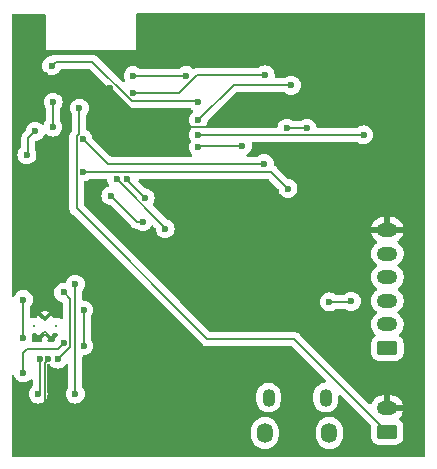
<source format=gbr>
%TF.GenerationSoftware,KiCad,Pcbnew,8.0.4*%
%TF.CreationDate,2025-10-30T08:56:40-04:00*%
%TF.ProjectId,Official Schematic,4f666669-6369-4616-9c20-536368656d61,rev?*%
%TF.SameCoordinates,Original*%
%TF.FileFunction,Copper,L2,Bot*%
%TF.FilePolarity,Positive*%
%FSLAX46Y46*%
G04 Gerber Fmt 4.6, Leading zero omitted, Abs format (unit mm)*
G04 Created by KiCad (PCBNEW 8.0.4) date 2025-10-30 08:56:40*
%MOMM*%
%LPD*%
G01*
G04 APERTURE LIST*
G04 Aperture macros list*
%AMRoundRect*
0 Rectangle with rounded corners*
0 $1 Rounding radius*
0 $2 $3 $4 $5 $6 $7 $8 $9 X,Y pos of 4 corners*
0 Add a 4 corners polygon primitive as box body*
4,1,4,$2,$3,$4,$5,$6,$7,$8,$9,$2,$3,0*
0 Add four circle primitives for the rounded corners*
1,1,$1+$1,$2,$3*
1,1,$1+$1,$4,$5*
1,1,$1+$1,$6,$7*
1,1,$1+$1,$8,$9*
0 Add four rect primitives between the rounded corners*
20,1,$1+$1,$2,$3,$4,$5,0*
20,1,$1+$1,$4,$5,$6,$7,0*
20,1,$1+$1,$6,$7,$8,$9,0*
20,1,$1+$1,$8,$9,$2,$3,0*%
G04 Aperture macros list end*
%TA.AperFunction,ComponentPad*%
%ADD10RoundRect,0.250000X0.625000X-0.350000X0.625000X0.350000X-0.625000X0.350000X-0.625000X-0.350000X0*%
%TD*%
%TA.AperFunction,ComponentPad*%
%ADD11O,1.750000X1.200000*%
%TD*%
%TA.AperFunction,ComponentPad*%
%ADD12C,0.300000*%
%TD*%
%TA.AperFunction,ComponentPad*%
%ADD13O,1.350000X1.700000*%
%TD*%
%TA.AperFunction,ComponentPad*%
%ADD14O,1.100000X1.500000*%
%TD*%
%TA.AperFunction,ViaPad*%
%ADD15C,0.600000*%
%TD*%
%TA.AperFunction,Conductor*%
%ADD16C,0.200000*%
%TD*%
G04 APERTURE END LIST*
D10*
%TO.P,J4,1,Pin_1*%
%TO.N,+3.3V*%
X157300000Y-107800000D03*
D11*
%TO.P,J4,2,Pin_2*%
%TO.N,/SWDIO*%
X157300000Y-105800000D03*
%TO.P,J4,3,Pin_3*%
%TO.N,/SWCLK*%
X157300000Y-103800000D03*
%TO.P,J4,4,Pin_4*%
%TO.N,/SWO*%
X157300000Y-101800000D03*
%TO.P,J4,5,Pin_5*%
%TO.N,Net-(J4-Pin_5)*%
X157300000Y-99800000D03*
%TO.P,J4,6,Pin_6*%
%TO.N,GND*%
X157300000Y-97800000D03*
%TD*%
D12*
%TO.P,U1,12*%
%TO.N,GND*%
X129262005Y-105900000D03*
%TO.P,U1,13*%
X128312005Y-106475000D03*
%TO.P,U1,14*%
X128312005Y-105325000D03*
%TO.P,U1,15*%
X127362005Y-105900000D03*
%TD*%
D10*
%TO.P,J3,1,Pin_1*%
%TO.N,/Haptic Motor*%
X157286270Y-114900000D03*
D11*
%TO.P,J3,2,Pin_2*%
%TO.N,GND*%
X157286270Y-112900000D03*
%TD*%
D13*
%TO.P,J5,6,Shield*%
%TO.N,unconnected-(J5-Shield-Pad6)_3*%
X146933770Y-114992500D03*
D14*
%TO.N,unconnected-(J5-Shield-Pad6)_10*%
X147243770Y-111992500D03*
%TO.N,unconnected-(J5-Shield-Pad6)_8*%
X152083770Y-111992500D03*
D13*
%TO.N,unconnected-(J5-Shield-Pad6)_9*%
X152393770Y-114992500D03*
%TD*%
D15*
%TO.N,+3.3V*%
X129000000Y-87000000D03*
X128886270Y-83900000D03*
X150500000Y-89200000D03*
X126486270Y-103700000D03*
X148800000Y-89200000D03*
X128986270Y-89094145D03*
X127486270Y-89450000D03*
X126436270Y-106961020D03*
X141300000Y-87000000D03*
X126786270Y-91450000D03*
%TO.N,GND*%
X134693770Y-101200000D03*
X126800000Y-84700000D03*
X129700000Y-92200000D03*
X128300000Y-84700000D03*
X149598768Y-87025002D03*
X148648772Y-87433343D03*
X146393770Y-110492500D03*
X151600000Y-86625000D03*
X139700000Y-90500000D03*
X128286270Y-113000000D03*
X150893770Y-110492500D03*
X128610339Y-108750000D03*
X127561270Y-93200000D03*
X131012005Y-99650000D03*
X133790317Y-85809683D03*
%TO.N,Net-(U1-EN)*%
X131586270Y-107600000D03*
X131586270Y-104600000D03*
%TO.N,Net-(U3-CSB)*%
X155286270Y-89750000D03*
X141286270Y-89750000D03*
%TO.N,/Haptic Motor*%
X131236268Y-87500000D03*
%TO.N,/SWDIO*%
X136586270Y-97100000D03*
X133886270Y-94900000D03*
%TO.N,/SWCLK*%
X134386270Y-93500000D03*
X152400000Y-103900000D03*
X138486270Y-97700000D03*
X154250000Y-103850000D03*
%TO.N,Net-(U1-L2)*%
X130886270Y-102400000D03*
X130886270Y-111700000D03*
X127862005Y-108700000D03*
X127736270Y-111700000D03*
%TO.N,Net-(U1-L1)*%
X129886270Y-103100000D03*
X129386270Y-108750000D03*
%TO.N,/SPI2 MOSI*%
X146961270Y-84675000D03*
X135786270Y-86250000D03*
%TO.N,VBAT*%
X129886270Y-107400000D03*
X126486270Y-109900000D03*
%TO.N,Net-(U4-PB8)*%
X146886270Y-92200000D03*
X131536269Y-90099266D03*
%TO.N,Net-(U4-PB4)*%
X131536270Y-92900000D03*
X148886270Y-94300000D03*
%TO.N,/Switch*%
X141300000Y-90800000D03*
X145020953Y-90679047D03*
%TO.N,Net-(U3-SCX)*%
X141286270Y-88500000D03*
X149173770Y-85554187D03*
%TO.N,Net-(U3-INT1)*%
X135786270Y-84750000D03*
X140286270Y-84750000D03*
%TO.N,/SWO*%
X136800000Y-95100000D03*
X135300000Y-93500000D03*
%TD*%
D16*
%TO.N,+3.3V*%
X129211268Y-83575002D02*
X128886270Y-83900000D01*
X132333454Y-83575002D02*
X129211268Y-83575002D01*
X135658452Y-86900000D02*
X132333454Y-83575002D01*
X141300000Y-87000000D02*
X141200000Y-86900000D01*
X148800000Y-89200000D02*
X150500000Y-89200000D01*
X126436270Y-103750000D02*
X126486270Y-103700000D01*
X141200000Y-86900000D02*
X135658452Y-86900000D01*
X126786270Y-91450000D02*
X126886270Y-91350000D01*
X129000000Y-89080415D02*
X128986270Y-89094145D01*
X126886270Y-91350000D02*
X126886270Y-90050000D01*
X129000000Y-87000000D02*
X129000000Y-89080415D01*
X126436270Y-106961020D02*
X126436270Y-103750000D01*
X126886270Y-90050000D02*
X127486270Y-89450000D01*
%TO.N,GND*%
X134693770Y-101200000D02*
X133143770Y-99650000D01*
X133143770Y-99650000D02*
X131012005Y-99650000D01*
X148648772Y-87433343D02*
X146982115Y-89100000D01*
X129700000Y-92200000D02*
X129300000Y-92200000D01*
X149598768Y-87025002D02*
X149998770Y-86625000D01*
X146982115Y-89100000D02*
X139700000Y-89100000D01*
X135900000Y-88900000D02*
X136100000Y-89100000D01*
X136100000Y-89100000D02*
X139700000Y-89100000D01*
X128286270Y-109074069D02*
X128286270Y-113000000D01*
X139700000Y-90500000D02*
X139700000Y-89100000D01*
X146393770Y-110492500D02*
X150893770Y-110492500D01*
X128300000Y-93200000D02*
X127561270Y-93200000D01*
X129300000Y-92200000D02*
X128300000Y-93200000D01*
X133790317Y-85809683D02*
X135900000Y-87919366D01*
X128300000Y-84700000D02*
X126800000Y-84700000D01*
X149998770Y-86625000D02*
X151600000Y-86625000D01*
X128610339Y-108750000D02*
X128286270Y-109074069D01*
X135900000Y-87919366D02*
X135900000Y-88900000D01*
%TO.N,Net-(U1-EN)*%
X131586270Y-107600000D02*
X131586270Y-104600000D01*
%TO.N,Net-(U3-CSB)*%
X141286270Y-89750000D02*
X155286270Y-89750000D01*
%TO.N,/Haptic Motor*%
X130986269Y-89871448D02*
X130986269Y-95977817D01*
X130986269Y-95977817D02*
X142058452Y-107050000D01*
X142058452Y-107050000D02*
X149436270Y-107050000D01*
X131200000Y-87536268D02*
X131200000Y-89657717D01*
X131200000Y-89657717D02*
X130986269Y-89871448D01*
X149436270Y-107050000D02*
X157286270Y-114900000D01*
X131236268Y-87500000D02*
X131200000Y-87536268D01*
%TO.N,/SWDIO*%
X136086270Y-97100000D02*
X133886270Y-94900000D01*
X136586270Y-97100000D02*
X136086270Y-97100000D01*
%TO.N,/SWCLK*%
X152400000Y-103900000D02*
X154200000Y-103900000D01*
X154200000Y-103900000D02*
X154250000Y-103850000D01*
X138486270Y-97600000D02*
X134386270Y-93500000D01*
X138486270Y-97700000D02*
X138486270Y-97600000D01*
%TO.N,Net-(U1-L2)*%
X130886270Y-102400000D02*
X130886270Y-111700000D01*
X127862005Y-111574265D02*
X127736270Y-111700000D01*
X127862005Y-108700000D02*
X127862005Y-111574265D01*
%TO.N,Net-(U1-L1)*%
X129386270Y-108750000D02*
X130436270Y-107700000D01*
X130436270Y-103650000D02*
X129886270Y-103100000D01*
X130436270Y-107700000D02*
X130436270Y-103650000D01*
%TO.N,/SPI2 MOSI*%
X135786270Y-86250000D02*
X139634799Y-86250000D01*
X146961270Y-84675000D02*
X141209799Y-84675000D01*
X141209799Y-84675000D02*
X139634799Y-86250000D01*
%TO.N,VBAT*%
X126486270Y-108200000D02*
X126486270Y-109900000D01*
X126788087Y-107898183D02*
X126486270Y-108200000D01*
X129886270Y-107400000D02*
X129388087Y-107898183D01*
X129388087Y-107898183D02*
X126788087Y-107898183D01*
%TO.N,Net-(U4-PB8)*%
X133637003Y-92200000D02*
X146886270Y-92200000D01*
X133637003Y-92200000D02*
X131536269Y-90099266D01*
%TO.N,Net-(U4-PB4)*%
X147486270Y-92900000D02*
X148886270Y-94300000D01*
X131536270Y-92900000D02*
X147486270Y-92900000D01*
%TO.N,/Switch*%
X145020953Y-90679047D02*
X141420953Y-90679047D01*
X141420953Y-90679047D02*
X141300000Y-90800000D01*
%TO.N,Net-(U3-SCX)*%
X144286270Y-85500000D02*
X141286270Y-88500000D01*
X149119583Y-85500000D02*
X149173770Y-85554187D01*
X144286270Y-85500000D02*
X149119583Y-85500000D01*
%TO.N,Net-(U3-INT1)*%
X135786270Y-84750000D02*
X140286270Y-84750000D01*
%TO.N,/SWO*%
X135300000Y-93500000D02*
X135300000Y-93600000D01*
X135300000Y-93600000D02*
X136800000Y-95100000D01*
%TD*%
%TA.AperFunction,Conductor*%
%TO.N,GND*%
G36*
X160442194Y-79420350D02*
G01*
X160488100Y-79473023D01*
X160499453Y-79524902D01*
X160485815Y-116875545D01*
X160466106Y-116942578D01*
X160413285Y-116988313D01*
X160361815Y-116999500D01*
X125610815Y-116999500D01*
X125543776Y-116979815D01*
X125498021Y-116927011D01*
X125486815Y-116875455D01*
X125487010Y-116343000D01*
X125487602Y-114724986D01*
X145758270Y-114724986D01*
X145758270Y-115260014D01*
X145764605Y-115300009D01*
X145787215Y-115442765D01*
X145844389Y-115618732D01*
X145844390Y-115618735D01*
X145928392Y-115783596D01*
X146037149Y-115933287D01*
X146167983Y-116064121D01*
X146317674Y-116172878D01*
X146398533Y-116214077D01*
X146482534Y-116256879D01*
X146482537Y-116256880D01*
X146570520Y-116285467D01*
X146658506Y-116314055D01*
X146841256Y-116343000D01*
X146841257Y-116343000D01*
X147026283Y-116343000D01*
X147026284Y-116343000D01*
X147209034Y-116314055D01*
X147385005Y-116256879D01*
X147549866Y-116172878D01*
X147699557Y-116064121D01*
X147830391Y-115933287D01*
X147939148Y-115783596D01*
X148023149Y-115618735D01*
X148080325Y-115442764D01*
X148109270Y-115260014D01*
X148109270Y-114724986D01*
X151218270Y-114724986D01*
X151218270Y-115260014D01*
X151224605Y-115300009D01*
X151247215Y-115442765D01*
X151304389Y-115618732D01*
X151304390Y-115618735D01*
X151388392Y-115783596D01*
X151497149Y-115933287D01*
X151627983Y-116064121D01*
X151777674Y-116172878D01*
X151858533Y-116214077D01*
X151942534Y-116256879D01*
X151942537Y-116256880D01*
X152030520Y-116285467D01*
X152118506Y-116314055D01*
X152301256Y-116343000D01*
X152301257Y-116343000D01*
X152486283Y-116343000D01*
X152486284Y-116343000D01*
X152669034Y-116314055D01*
X152845005Y-116256879D01*
X153009866Y-116172878D01*
X153159557Y-116064121D01*
X153290391Y-115933287D01*
X153399148Y-115783596D01*
X153483149Y-115618735D01*
X153540325Y-115442764D01*
X153569270Y-115260014D01*
X153569270Y-114724986D01*
X153540325Y-114542236D01*
X153495766Y-114405095D01*
X153483150Y-114366267D01*
X153483149Y-114366264D01*
X153440347Y-114282263D01*
X153399148Y-114201404D01*
X153290391Y-114051713D01*
X153159557Y-113920879D01*
X153009866Y-113812122D01*
X152979226Y-113796510D01*
X152845005Y-113728120D01*
X152845002Y-113728119D01*
X152669035Y-113670945D01*
X152577659Y-113656472D01*
X152486284Y-113642000D01*
X152301256Y-113642000D01*
X152240339Y-113651648D01*
X152118504Y-113670945D01*
X151942537Y-113728119D01*
X151942534Y-113728120D01*
X151777673Y-113812122D01*
X151704638Y-113865186D01*
X151627983Y-113920879D01*
X151627981Y-113920881D01*
X151627980Y-113920881D01*
X151497151Y-114051710D01*
X151497151Y-114051711D01*
X151497149Y-114051713D01*
X151475621Y-114081344D01*
X151388392Y-114201403D01*
X151304390Y-114366264D01*
X151304389Y-114366267D01*
X151247215Y-114542234D01*
X151247215Y-114542236D01*
X151218270Y-114724986D01*
X148109270Y-114724986D01*
X148080325Y-114542236D01*
X148035766Y-114405095D01*
X148023150Y-114366267D01*
X148023149Y-114366264D01*
X147980347Y-114282263D01*
X147939148Y-114201404D01*
X147830391Y-114051713D01*
X147699557Y-113920879D01*
X147549866Y-113812122D01*
X147519226Y-113796510D01*
X147385005Y-113728120D01*
X147385002Y-113728119D01*
X147209035Y-113670945D01*
X147117659Y-113656472D01*
X147026284Y-113642000D01*
X146841256Y-113642000D01*
X146780339Y-113651648D01*
X146658504Y-113670945D01*
X146482537Y-113728119D01*
X146482534Y-113728120D01*
X146317673Y-113812122D01*
X146244638Y-113865186D01*
X146167983Y-113920879D01*
X146167981Y-113920881D01*
X146167980Y-113920881D01*
X146037151Y-114051710D01*
X146037151Y-114051711D01*
X146037149Y-114051713D01*
X146015621Y-114081344D01*
X145928392Y-114201403D01*
X145844390Y-114366264D01*
X145844389Y-114366267D01*
X145787215Y-114542234D01*
X145787215Y-114542236D01*
X145758270Y-114724986D01*
X125487602Y-114724986D01*
X125489257Y-110204176D01*
X125508966Y-110137146D01*
X125561787Y-110091411D01*
X125630949Y-110081493D01*
X125694494Y-110110541D01*
X125730298Y-110163269D01*
X125760478Y-110249519D01*
X125856454Y-110402262D01*
X125984008Y-110529816D01*
X126136748Y-110625789D01*
X126238330Y-110661334D01*
X126307015Y-110685368D01*
X126307020Y-110685369D01*
X126486266Y-110705565D01*
X126486270Y-110705565D01*
X126486274Y-110705565D01*
X126665519Y-110685369D01*
X126665522Y-110685368D01*
X126665525Y-110685368D01*
X126835792Y-110625789D01*
X126988532Y-110529816D01*
X127049824Y-110468524D01*
X127111147Y-110435039D01*
X127180839Y-110440023D01*
X127236772Y-110481895D01*
X127261189Y-110547359D01*
X127261505Y-110556205D01*
X127261505Y-110991325D01*
X127241820Y-111058364D01*
X127225186Y-111079006D01*
X127106454Y-111197737D01*
X127010481Y-111350476D01*
X126950901Y-111520745D01*
X126950900Y-111520750D01*
X126930705Y-111699996D01*
X126930705Y-111700003D01*
X126950900Y-111879249D01*
X126950901Y-111879254D01*
X127010481Y-112049523D01*
X127017672Y-112060967D01*
X127106454Y-112202262D01*
X127234008Y-112329816D01*
X127386748Y-112425789D01*
X127535224Y-112477743D01*
X127557015Y-112485368D01*
X127557020Y-112485369D01*
X127736266Y-112505565D01*
X127736270Y-112505565D01*
X127736274Y-112505565D01*
X127915519Y-112485369D01*
X127915522Y-112485368D01*
X127915525Y-112485368D01*
X128085792Y-112425789D01*
X128238532Y-112329816D01*
X128366086Y-112202262D01*
X128462059Y-112049522D01*
X128521638Y-111879255D01*
X128521639Y-111879249D01*
X128541835Y-111700003D01*
X128541835Y-111699996D01*
X128521639Y-111520750D01*
X128521638Y-111520745D01*
X128469463Y-111371637D01*
X128462505Y-111330682D01*
X128462505Y-109282412D01*
X128482190Y-109215373D01*
X128489560Y-109205097D01*
X128491818Y-109202265D01*
X128491821Y-109202262D01*
X128503435Y-109183778D01*
X128555766Y-109137488D01*
X128624819Y-109126838D01*
X128688668Y-109155211D01*
X128713421Y-109183777D01*
X128743457Y-109231578D01*
X128756454Y-109252262D01*
X128884008Y-109379816D01*
X129036748Y-109475789D01*
X129207015Y-109535368D01*
X129207020Y-109535369D01*
X129386266Y-109555565D01*
X129386270Y-109555565D01*
X129386274Y-109555565D01*
X129565519Y-109535369D01*
X129565522Y-109535368D01*
X129565525Y-109535368D01*
X129735792Y-109475789D01*
X129888532Y-109379816D01*
X130016086Y-109252262D01*
X130056776Y-109187503D01*
X130109111Y-109141213D01*
X130178164Y-109130565D01*
X130242013Y-109158940D01*
X130280385Y-109217330D01*
X130285770Y-109253476D01*
X130285770Y-111117587D01*
X130266085Y-111184626D01*
X130258720Y-111194896D01*
X130256456Y-111197734D01*
X130160481Y-111350476D01*
X130100901Y-111520745D01*
X130100900Y-111520750D01*
X130080705Y-111699996D01*
X130080705Y-111700003D01*
X130100900Y-111879249D01*
X130100901Y-111879254D01*
X130160481Y-112049523D01*
X130167672Y-112060967D01*
X130256454Y-112202262D01*
X130384008Y-112329816D01*
X130536748Y-112425789D01*
X130685224Y-112477743D01*
X130707015Y-112485368D01*
X130707020Y-112485369D01*
X130886266Y-112505565D01*
X130886270Y-112505565D01*
X130886274Y-112505565D01*
X131065519Y-112485369D01*
X131065522Y-112485368D01*
X131065525Y-112485368D01*
X131235792Y-112425789D01*
X131388532Y-112329816D01*
X131516086Y-112202262D01*
X131612059Y-112049522D01*
X131671638Y-111879255D01*
X131671639Y-111879249D01*
X131691835Y-111700003D01*
X131691835Y-111699996D01*
X131690599Y-111689030D01*
X146193270Y-111689030D01*
X146193270Y-112295969D01*
X146233638Y-112498912D01*
X146233640Y-112498920D01*
X146312828Y-112690096D01*
X146427794Y-112862157D01*
X146574112Y-113008475D01*
X146574115Y-113008477D01*
X146746172Y-113123441D01*
X146937350Y-113202630D01*
X147140300Y-113242999D01*
X147140304Y-113243000D01*
X147140305Y-113243000D01*
X147347236Y-113243000D01*
X147347237Y-113242999D01*
X147550190Y-113202630D01*
X147741368Y-113123441D01*
X147913425Y-113008477D01*
X148059747Y-112862155D01*
X148174711Y-112690098D01*
X148253900Y-112498920D01*
X148294270Y-112295965D01*
X148294270Y-111689035D01*
X148253900Y-111486080D01*
X148174711Y-111294902D01*
X148059747Y-111122845D01*
X148059745Y-111122842D01*
X147913427Y-110976524D01*
X147827396Y-110919041D01*
X147741368Y-110861559D01*
X147550190Y-110782370D01*
X147550182Y-110782368D01*
X147347239Y-110742000D01*
X147347235Y-110742000D01*
X147140305Y-110742000D01*
X147140300Y-110742000D01*
X146937357Y-110782368D01*
X146937349Y-110782370D01*
X146746173Y-110861558D01*
X146574112Y-110976524D01*
X146427794Y-111122842D01*
X146312828Y-111294903D01*
X146233640Y-111486079D01*
X146233638Y-111486087D01*
X146193270Y-111689030D01*
X131690599Y-111689030D01*
X131671639Y-111520750D01*
X131671638Y-111520745D01*
X131619463Y-111371637D01*
X131612059Y-111350478D01*
X131516086Y-111197738D01*
X131516084Y-111197736D01*
X131516083Y-111197734D01*
X131513820Y-111194896D01*
X131512929Y-111192715D01*
X131512381Y-111191842D01*
X131512534Y-111191745D01*
X131487414Y-111130209D01*
X131486770Y-111117587D01*
X131486770Y-108527589D01*
X131506455Y-108460550D01*
X131559259Y-108414795D01*
X131596887Y-108404369D01*
X131765519Y-108385369D01*
X131765522Y-108385368D01*
X131765525Y-108385368D01*
X131935792Y-108325789D01*
X132088532Y-108229816D01*
X132216086Y-108102262D01*
X132312059Y-107949522D01*
X132371638Y-107779255D01*
X132382054Y-107686809D01*
X132391835Y-107600003D01*
X132391835Y-107599996D01*
X132371639Y-107420750D01*
X132371638Y-107420745D01*
X132361046Y-107390476D01*
X132312059Y-107250478D01*
X132293376Y-107220745D01*
X132252717Y-107156036D01*
X132216086Y-107097738D01*
X132216084Y-107097736D01*
X132216083Y-107097734D01*
X132213820Y-107094896D01*
X132212929Y-107092715D01*
X132212381Y-107091842D01*
X132212534Y-107091745D01*
X132187414Y-107030209D01*
X132186770Y-107017587D01*
X132186770Y-105182412D01*
X132206455Y-105115373D01*
X132213825Y-105105097D01*
X132216080Y-105102267D01*
X132216086Y-105102262D01*
X132312059Y-104949522D01*
X132371638Y-104779255D01*
X132371639Y-104779249D01*
X132391835Y-104600003D01*
X132391835Y-104599996D01*
X132371639Y-104420750D01*
X132371638Y-104420745D01*
X132312059Y-104250478D01*
X132311458Y-104249522D01*
X132216085Y-104097737D01*
X132088532Y-103970184D01*
X131935793Y-103874211D01*
X131765524Y-103814631D01*
X131765520Y-103814630D01*
X131596886Y-103795630D01*
X131532472Y-103768563D01*
X131492917Y-103710968D01*
X131486770Y-103672410D01*
X131486770Y-102982412D01*
X131506455Y-102915373D01*
X131513825Y-102905097D01*
X131516080Y-102902267D01*
X131516086Y-102902262D01*
X131612059Y-102749522D01*
X131671638Y-102579255D01*
X131671639Y-102579249D01*
X131691835Y-102400003D01*
X131691835Y-102399996D01*
X131671639Y-102220750D01*
X131671638Y-102220745D01*
X131612058Y-102050476D01*
X131516085Y-101897737D01*
X131388532Y-101770184D01*
X131235793Y-101674211D01*
X131065524Y-101614631D01*
X131065519Y-101614630D01*
X130886274Y-101594435D01*
X130886266Y-101594435D01*
X130707020Y-101614630D01*
X130707015Y-101614631D01*
X130536746Y-101674211D01*
X130384007Y-101770184D01*
X130256454Y-101897737D01*
X130160481Y-102050476D01*
X130100614Y-102221568D01*
X130059892Y-102278344D01*
X129994939Y-102304091D01*
X129969689Y-102303833D01*
X129886274Y-102294435D01*
X129886266Y-102294435D01*
X129707020Y-102314630D01*
X129707015Y-102314631D01*
X129536746Y-102374211D01*
X129384007Y-102470184D01*
X129256454Y-102597737D01*
X129160481Y-102750476D01*
X129100901Y-102920745D01*
X129100900Y-102920750D01*
X129080705Y-103099996D01*
X129080705Y-103100003D01*
X129100900Y-103279249D01*
X129100901Y-103279254D01*
X129160481Y-103449523D01*
X129223916Y-103550478D01*
X129256454Y-103602262D01*
X129384008Y-103729816D01*
X129474350Y-103786582D01*
X129518991Y-103814632D01*
X129536748Y-103825789D01*
X129707015Y-103885368D01*
X129725652Y-103887467D01*
X129790065Y-103914532D01*
X129829622Y-103972126D01*
X129835770Y-104010688D01*
X129835770Y-105264404D01*
X129816085Y-105331443D01*
X129763281Y-105377198D01*
X129694123Y-105387142D01*
X129641656Y-105363181D01*
X129640131Y-105365392D01*
X129633961Y-105361133D01*
X129494188Y-105287775D01*
X129340930Y-105250000D01*
X129183079Y-105250000D01*
X129100120Y-105270447D01*
X129030318Y-105267378D01*
X128973256Y-105227057D01*
X128951567Y-105175087D01*
X128949547Y-105175586D01*
X128947751Y-105168299D01*
X128891778Y-105020709D01*
X128865906Y-104983229D01*
X128865906Y-104983228D01*
X128399685Y-105449450D01*
X128338362Y-105482935D01*
X128268670Y-105477951D01*
X128224323Y-105449450D01*
X128079982Y-105305109D01*
X128212005Y-105305109D01*
X128212005Y-105344891D01*
X128227229Y-105381645D01*
X128255360Y-105409776D01*
X128292114Y-105425000D01*
X128331896Y-105425000D01*
X128368650Y-105409776D01*
X128396781Y-105381645D01*
X128412005Y-105344891D01*
X128412005Y-105305109D01*
X128396781Y-105268355D01*
X128368650Y-105240224D01*
X128331896Y-105225000D01*
X128292114Y-105225000D01*
X128255360Y-105240224D01*
X128227229Y-105268355D01*
X128212005Y-105305109D01*
X128079982Y-105305109D01*
X127758101Y-104983228D01*
X127732232Y-105020707D01*
X127732229Y-105020713D01*
X127676259Y-105168295D01*
X127674463Y-105175585D01*
X127672329Y-105175059D01*
X127649034Y-105229179D01*
X127591098Y-105268233D01*
X127523888Y-105270447D01*
X127440930Y-105250000D01*
X127283079Y-105250000D01*
X127190444Y-105272832D01*
X127120642Y-105269763D01*
X127063580Y-105229443D01*
X127037375Y-105164673D01*
X127036770Y-105152435D01*
X127036770Y-104770568D01*
X127969705Y-104770568D01*
X128312005Y-105112868D01*
X128312006Y-105112868D01*
X128654304Y-104770567D01*
X128544188Y-104712775D01*
X128390930Y-104675000D01*
X128233080Y-104675000D01*
X128079820Y-104712775D01*
X127969705Y-104770568D01*
X127036770Y-104770568D01*
X127036770Y-104332940D01*
X127056455Y-104265901D01*
X127073089Y-104245259D01*
X127116086Y-104202262D01*
X127212059Y-104049522D01*
X127271638Y-103879255D01*
X127271639Y-103879249D01*
X127291835Y-103700003D01*
X127291835Y-103699996D01*
X127271639Y-103520750D01*
X127271638Y-103520745D01*
X127259611Y-103486375D01*
X127212059Y-103350478D01*
X127210337Y-103347738D01*
X127163028Y-103272445D01*
X127116086Y-103197738D01*
X126988532Y-103070184D01*
X126979696Y-103064632D01*
X126835793Y-102974211D01*
X126665524Y-102914631D01*
X126665519Y-102914630D01*
X126486274Y-102894435D01*
X126486266Y-102894435D01*
X126307020Y-102914630D01*
X126307015Y-102914631D01*
X126136746Y-102974211D01*
X125984007Y-103070184D01*
X125856454Y-103197737D01*
X125760479Y-103350480D01*
X125732794Y-103429599D01*
X125692072Y-103486375D01*
X125627120Y-103512122D01*
X125558558Y-103498666D01*
X125508155Y-103450278D01*
X125491753Y-103388599D01*
X125491796Y-103272445D01*
X125496124Y-91449996D01*
X125980705Y-91449996D01*
X125980705Y-91450003D01*
X126000900Y-91629249D01*
X126000901Y-91629254D01*
X126060481Y-91799523D01*
X126156454Y-91952262D01*
X126284008Y-92079816D01*
X126374350Y-92136582D01*
X126434236Y-92174211D01*
X126436748Y-92175789D01*
X126505942Y-92200001D01*
X126607015Y-92235368D01*
X126607020Y-92235369D01*
X126786266Y-92255565D01*
X126786270Y-92255565D01*
X126786274Y-92255565D01*
X126965519Y-92235369D01*
X126965522Y-92235368D01*
X126965525Y-92235368D01*
X127135792Y-92175789D01*
X127288532Y-92079816D01*
X127416086Y-91952262D01*
X127512059Y-91799522D01*
X127571638Y-91629255D01*
X127575026Y-91599184D01*
X127591835Y-91450003D01*
X127591835Y-91449996D01*
X127571639Y-91270750D01*
X127571636Y-91270737D01*
X127512060Y-91100479D01*
X127505776Y-91090478D01*
X127486770Y-91024507D01*
X127486770Y-90366321D01*
X127506455Y-90299282D01*
X127559259Y-90253527D01*
X127596883Y-90243101D01*
X127665525Y-90235368D01*
X127835792Y-90175789D01*
X127988532Y-90079816D01*
X128116086Y-89952262D01*
X128212059Y-89799522D01*
X128236959Y-89728362D01*
X128277681Y-89671586D01*
X128342633Y-89645838D01*
X128411195Y-89659294D01*
X128441682Y-89681635D01*
X128484008Y-89723961D01*
X128525449Y-89750000D01*
X128604262Y-89799522D01*
X128636748Y-89819934D01*
X128807015Y-89879513D01*
X128807020Y-89879514D01*
X128986266Y-89899710D01*
X128986270Y-89899710D01*
X128986274Y-89899710D01*
X129165519Y-89879514D01*
X129165522Y-89879513D01*
X129165525Y-89879513D01*
X129335792Y-89819934D01*
X129488532Y-89723961D01*
X129616086Y-89596407D01*
X129712059Y-89443667D01*
X129771638Y-89273400D01*
X129771937Y-89270745D01*
X129791835Y-89094148D01*
X129791835Y-89094141D01*
X129771639Y-88914895D01*
X129771638Y-88914890D01*
X129749099Y-88850478D01*
X129712059Y-88744623D01*
X129619505Y-88597325D01*
X129600500Y-88531354D01*
X129600500Y-87582412D01*
X129620185Y-87515373D01*
X129627555Y-87505097D01*
X129629810Y-87502267D01*
X129629816Y-87502262D01*
X129725789Y-87349522D01*
X129785368Y-87179255D01*
X129785369Y-87179249D01*
X129805565Y-87000003D01*
X129805565Y-86999996D01*
X129785369Y-86820750D01*
X129785368Y-86820745D01*
X129741170Y-86694435D01*
X129725789Y-86650478D01*
X129629816Y-86497738D01*
X129502262Y-86370184D01*
X129453518Y-86339556D01*
X129349523Y-86274211D01*
X129179254Y-86214631D01*
X129179249Y-86214630D01*
X129000004Y-86194435D01*
X128999996Y-86194435D01*
X128820750Y-86214630D01*
X128820745Y-86214631D01*
X128650476Y-86274211D01*
X128497737Y-86370184D01*
X128370184Y-86497737D01*
X128274211Y-86650476D01*
X128214631Y-86820745D01*
X128214630Y-86820750D01*
X128194435Y-86999996D01*
X128194435Y-87000003D01*
X128214630Y-87179249D01*
X128214631Y-87179254D01*
X128274211Y-87349523D01*
X128293688Y-87380520D01*
X128369076Y-87500499D01*
X128370185Y-87502263D01*
X128372445Y-87505097D01*
X128373334Y-87507275D01*
X128373889Y-87508158D01*
X128373734Y-87508255D01*
X128398855Y-87569783D01*
X128399500Y-87582412D01*
X128399500Y-88497475D01*
X128379815Y-88564514D01*
X128363181Y-88585156D01*
X128356454Y-88591882D01*
X128260480Y-88744623D01*
X128235581Y-88815783D01*
X128194859Y-88872559D01*
X128129907Y-88898307D01*
X128061345Y-88884851D01*
X128030858Y-88862510D01*
X127988532Y-88820184D01*
X127835793Y-88724211D01*
X127665524Y-88664631D01*
X127665519Y-88664630D01*
X127486274Y-88644435D01*
X127486266Y-88644435D01*
X127307020Y-88664630D01*
X127307015Y-88664631D01*
X127136746Y-88724211D01*
X126984007Y-88820184D01*
X126856454Y-88947737D01*
X126760480Y-89100478D01*
X126700900Y-89270750D01*
X126691107Y-89357668D01*
X126664040Y-89422082D01*
X126655569Y-89431465D01*
X126517556Y-89569478D01*
X126405751Y-89681282D01*
X126405747Y-89681287D01*
X126381112Y-89723959D01*
X126381111Y-89723961D01*
X126326693Y-89818215D01*
X126285769Y-89970943D01*
X126285769Y-89970945D01*
X126285769Y-90139046D01*
X126285770Y-90139059D01*
X126285770Y-90767059D01*
X126266085Y-90834098D01*
X126249452Y-90854740D01*
X126156453Y-90947739D01*
X126060481Y-91100476D01*
X126000901Y-91270745D01*
X126000900Y-91270750D01*
X125980705Y-91449996D01*
X125496124Y-91449996D01*
X125498888Y-83899996D01*
X128080705Y-83899996D01*
X128080705Y-83900003D01*
X128100900Y-84079249D01*
X128100901Y-84079254D01*
X128160481Y-84249523D01*
X128208206Y-84325476D01*
X128256454Y-84402262D01*
X128384008Y-84529816D01*
X128536748Y-84625789D01*
X128677374Y-84674996D01*
X128707015Y-84685368D01*
X128707020Y-84685369D01*
X128886266Y-84705565D01*
X128886270Y-84705565D01*
X128886274Y-84705565D01*
X129065519Y-84685369D01*
X129065522Y-84685368D01*
X129065525Y-84685368D01*
X129235792Y-84625789D01*
X129388532Y-84529816D01*
X129516086Y-84402262D01*
X129612059Y-84249522D01*
X129612060Y-84249518D01*
X129613895Y-84245709D01*
X129615737Y-84243667D01*
X129615764Y-84243626D01*
X129615771Y-84243630D01*
X129660713Y-84193846D01*
X129725619Y-84175502D01*
X132033357Y-84175502D01*
X132100396Y-84195187D01*
X132121038Y-84211821D01*
X135173591Y-87264374D01*
X135173601Y-87264385D01*
X135177931Y-87268715D01*
X135177932Y-87268716D01*
X135289736Y-87380520D01*
X135359750Y-87420942D01*
X135426667Y-87459577D01*
X135579394Y-87500500D01*
X135579395Y-87500500D01*
X140617059Y-87500500D01*
X140684098Y-87520185D01*
X140704740Y-87536818D01*
X140797738Y-87629816D01*
X140797740Y-87629817D01*
X140797741Y-87629818D01*
X140815047Y-87640692D01*
X140861339Y-87693026D01*
X140871988Y-87762079D01*
X140843613Y-87825928D01*
X140815049Y-87850679D01*
X140784010Y-87870182D01*
X140784007Y-87870184D01*
X140656454Y-87997737D01*
X140560481Y-88150476D01*
X140500901Y-88320745D01*
X140500900Y-88320750D01*
X140480705Y-88499996D01*
X140480705Y-88500003D01*
X140500900Y-88679249D01*
X140500901Y-88679254D01*
X140560481Y-88849523D01*
X140656454Y-89002262D01*
X140691511Y-89037319D01*
X140724996Y-89098642D01*
X140720012Y-89168334D01*
X140691511Y-89212681D01*
X140656454Y-89247737D01*
X140560481Y-89400476D01*
X140500901Y-89570745D01*
X140500900Y-89570750D01*
X140480705Y-89749996D01*
X140480705Y-89750003D01*
X140500900Y-89929249D01*
X140500901Y-89929254D01*
X140560481Y-90099523D01*
X140636153Y-90219953D01*
X140655153Y-90287189D01*
X140636153Y-90351897D01*
X140574211Y-90450476D01*
X140514631Y-90620745D01*
X140514630Y-90620750D01*
X140494435Y-90799996D01*
X140494435Y-90800003D01*
X140514630Y-90979249D01*
X140514631Y-90979254D01*
X140574211Y-91149523D01*
X140670184Y-91302262D01*
X140755741Y-91387819D01*
X140789226Y-91449142D01*
X140784242Y-91518834D01*
X140742370Y-91574767D01*
X140676906Y-91599184D01*
X140668060Y-91599500D01*
X133937101Y-91599500D01*
X133870062Y-91579815D01*
X133849420Y-91563181D01*
X132366969Y-90080731D01*
X132333484Y-90019408D01*
X132331432Y-90006952D01*
X132321637Y-89920011D01*
X132262058Y-89749744D01*
X132166085Y-89597004D01*
X132038531Y-89469450D01*
X131967245Y-89424658D01*
X131885793Y-89373478D01*
X131885792Y-89373477D01*
X131884522Y-89373033D01*
X131883543Y-89372690D01*
X131882289Y-89371790D01*
X131879523Y-89370459D01*
X131879756Y-89369974D01*
X131826769Y-89331969D01*
X131801022Y-89267016D01*
X131800500Y-89255650D01*
X131800500Y-88119208D01*
X131820185Y-88052169D01*
X131836819Y-88031527D01*
X131841425Y-88026921D01*
X131866084Y-88002262D01*
X131962057Y-87849522D01*
X132021636Y-87679255D01*
X132027206Y-87629818D01*
X132041833Y-87500003D01*
X132041833Y-87499996D01*
X132021637Y-87320750D01*
X132021636Y-87320745D01*
X132001911Y-87264374D01*
X131962057Y-87150478D01*
X131866084Y-86997738D01*
X131738530Y-86870184D01*
X131704076Y-86848535D01*
X131585791Y-86774211D01*
X131415522Y-86714631D01*
X131415517Y-86714630D01*
X131236272Y-86694435D01*
X131236264Y-86694435D01*
X131057018Y-86714630D01*
X131057013Y-86714631D01*
X130886744Y-86774211D01*
X130734005Y-86870184D01*
X130606452Y-86997737D01*
X130510479Y-87150476D01*
X130450899Y-87320745D01*
X130450898Y-87320750D01*
X130430703Y-87499996D01*
X130430703Y-87500003D01*
X130450898Y-87679249D01*
X130450899Y-87679254D01*
X130510479Y-87849524D01*
X130580493Y-87960948D01*
X130599500Y-88026921D01*
X130599500Y-89357619D01*
X130579815Y-89424658D01*
X130563181Y-89445300D01*
X130505751Y-89502729D01*
X130505749Y-89502731D01*
X130505749Y-89502732D01*
X130461912Y-89578660D01*
X130461911Y-89578660D01*
X130426693Y-89639660D01*
X130426692Y-89639661D01*
X130415445Y-89681635D01*
X130385768Y-89792391D01*
X130385768Y-89792393D01*
X130385768Y-89960494D01*
X130385769Y-89960507D01*
X130385769Y-95891147D01*
X130385768Y-95891165D01*
X130385768Y-96056871D01*
X130385767Y-96056871D01*
X130426692Y-96209602D01*
X130455627Y-96259717D01*
X130455628Y-96259721D01*
X130455629Y-96259721D01*
X130495614Y-96328979D01*
X130505748Y-96346531D01*
X130505750Y-96346534D01*
X130624618Y-96465402D01*
X130624624Y-96465407D01*
X141573591Y-107414374D01*
X141573601Y-107414385D01*
X141577931Y-107418715D01*
X141577932Y-107418716D01*
X141689736Y-107530520D01*
X141689738Y-107530521D01*
X141689742Y-107530524D01*
X141794207Y-107590836D01*
X141826668Y-107609577D01*
X141909550Y-107631785D01*
X141979394Y-107650500D01*
X141979395Y-107650500D01*
X149136173Y-107650500D01*
X149203212Y-107670185D01*
X149223854Y-107686819D01*
X152067354Y-110530319D01*
X152100839Y-110591642D01*
X152095855Y-110661334D01*
X152053983Y-110717267D01*
X151988519Y-110741684D01*
X151980663Y-110741964D01*
X151980300Y-110742000D01*
X151777357Y-110782368D01*
X151777349Y-110782370D01*
X151586173Y-110861558D01*
X151414112Y-110976524D01*
X151267794Y-111122842D01*
X151152828Y-111294903D01*
X151073640Y-111486079D01*
X151073638Y-111486087D01*
X151033270Y-111689030D01*
X151033270Y-112295969D01*
X151073638Y-112498912D01*
X151073640Y-112498920D01*
X151152828Y-112690096D01*
X151267794Y-112862157D01*
X151414112Y-113008475D01*
X151414115Y-113008477D01*
X151586172Y-113123441D01*
X151777350Y-113202630D01*
X151980300Y-113242999D01*
X151980304Y-113243000D01*
X151980305Y-113243000D01*
X152187236Y-113243000D01*
X152187237Y-113242999D01*
X152390190Y-113202630D01*
X152581368Y-113123441D01*
X152753425Y-113008477D01*
X152899747Y-112862155D01*
X153014711Y-112690098D01*
X153093900Y-112498920D01*
X153134270Y-112295965D01*
X153134270Y-111896597D01*
X153153955Y-111829558D01*
X153206759Y-111783803D01*
X153275917Y-111773859D01*
X153339473Y-111802884D01*
X153345951Y-111808916D01*
X155880807Y-114343772D01*
X155914292Y-114405095D01*
X155916484Y-114444055D01*
X155910770Y-114499981D01*
X155910770Y-115300001D01*
X155910771Y-115300019D01*
X155921270Y-115402796D01*
X155921271Y-115402799D01*
X155934515Y-115442765D01*
X155976456Y-115569334D01*
X156068558Y-115718656D01*
X156192614Y-115842712D01*
X156341936Y-115934814D01*
X156508473Y-115989999D01*
X156611261Y-116000500D01*
X157961278Y-116000499D01*
X158064067Y-115989999D01*
X158230604Y-115934814D01*
X158379926Y-115842712D01*
X158503982Y-115718656D01*
X158596084Y-115569334D01*
X158651269Y-115402797D01*
X158661770Y-115300009D01*
X158661769Y-114499992D01*
X158651269Y-114397203D01*
X158596084Y-114230666D01*
X158503982Y-114081344D01*
X158379926Y-113957288D01*
X158379925Y-113957287D01*
X158336258Y-113930353D01*
X158315288Y-113917419D01*
X158268564Y-113865472D01*
X158257341Y-113796510D01*
X158285184Y-113732428D01*
X158292704Y-113724199D01*
X158400305Y-113616598D01*
X158502074Y-113476524D01*
X158580678Y-113322255D01*
X158634184Y-113157584D01*
X158635385Y-113150000D01*
X157566600Y-113150000D01*
X157586345Y-113130255D01*
X157635714Y-113044745D01*
X157661270Y-112949370D01*
X157661270Y-112850630D01*
X157635714Y-112755255D01*
X157586345Y-112669745D01*
X157566600Y-112650000D01*
X158635385Y-112650000D01*
X158635385Y-112649999D01*
X158634184Y-112642415D01*
X158580678Y-112477744D01*
X158502074Y-112323475D01*
X158400302Y-112183397D01*
X158277872Y-112060967D01*
X158137794Y-111959195D01*
X157983527Y-111880591D01*
X157818854Y-111827085D01*
X157647841Y-111800000D01*
X157536270Y-111800000D01*
X157536270Y-112619670D01*
X157516525Y-112599925D01*
X157431015Y-112550556D01*
X157335640Y-112525000D01*
X157236900Y-112525000D01*
X157141525Y-112550556D01*
X157056015Y-112599925D01*
X157036270Y-112619670D01*
X157036270Y-111800000D01*
X156924699Y-111800000D01*
X156753685Y-111827085D01*
X156589012Y-111880591D01*
X156434745Y-111959195D01*
X156294667Y-112060967D01*
X156172237Y-112183397D01*
X156070465Y-112323475D01*
X155991861Y-112477743D01*
X155986063Y-112495588D01*
X155946624Y-112553262D01*
X155882264Y-112580458D01*
X155813418Y-112568542D01*
X155780452Y-112544947D01*
X149923860Y-106688355D01*
X149923858Y-106688352D01*
X149804987Y-106569481D01*
X149804986Y-106569480D01*
X149718174Y-106519360D01*
X149718174Y-106519359D01*
X149718170Y-106519358D01*
X149668055Y-106490423D01*
X149515327Y-106449499D01*
X149357213Y-106449499D01*
X149349617Y-106449499D01*
X149349601Y-106449500D01*
X142358549Y-106449500D01*
X142291510Y-106429815D01*
X142270868Y-106413181D01*
X139757683Y-103899996D01*
X151594435Y-103899996D01*
X151594435Y-103900003D01*
X151614630Y-104079249D01*
X151614631Y-104079254D01*
X151674211Y-104249523D01*
X151694353Y-104281578D01*
X151770184Y-104402262D01*
X151897738Y-104529816D01*
X152050478Y-104625789D01*
X152135573Y-104655565D01*
X152220745Y-104685368D01*
X152220750Y-104685369D01*
X152399996Y-104705565D01*
X152400000Y-104705565D01*
X152400004Y-104705565D01*
X152579249Y-104685369D01*
X152579252Y-104685368D01*
X152579255Y-104685368D01*
X152749522Y-104625789D01*
X152902262Y-104529816D01*
X152902267Y-104529810D01*
X152905097Y-104527555D01*
X152907275Y-104526665D01*
X152908158Y-104526111D01*
X152908255Y-104526265D01*
X152969783Y-104501145D01*
X152982412Y-104500500D01*
X153744932Y-104500500D01*
X153810904Y-104519506D01*
X153900477Y-104575789D01*
X153900481Y-104575790D01*
X154070737Y-104635366D01*
X154070743Y-104635367D01*
X154070745Y-104635368D01*
X154070746Y-104635368D01*
X154070750Y-104635369D01*
X154249996Y-104655565D01*
X154250000Y-104655565D01*
X154250004Y-104655565D01*
X154429249Y-104635369D01*
X154429252Y-104635368D01*
X154429255Y-104635368D01*
X154599522Y-104575789D01*
X154752262Y-104479816D01*
X154879816Y-104352262D01*
X154975789Y-104199522D01*
X155035368Y-104029255D01*
X155037460Y-104010688D01*
X155055565Y-103850003D01*
X155055565Y-103849996D01*
X155035369Y-103670750D01*
X155035368Y-103670745D01*
X154982882Y-103520750D01*
X154975789Y-103500478D01*
X154974650Y-103498666D01*
X154911232Y-103397737D01*
X154879816Y-103347738D01*
X154752262Y-103220184D01*
X154599523Y-103124211D01*
X154429254Y-103064631D01*
X154429249Y-103064630D01*
X154250004Y-103044435D01*
X154249996Y-103044435D01*
X154070750Y-103064630D01*
X154070745Y-103064631D01*
X153900476Y-103124211D01*
X153747737Y-103220184D01*
X153704741Y-103263181D01*
X153643418Y-103296666D01*
X153617060Y-103299500D01*
X152982412Y-103299500D01*
X152915373Y-103279815D01*
X152905097Y-103272445D01*
X152902263Y-103270185D01*
X152902262Y-103270184D01*
X152822688Y-103220184D01*
X152749523Y-103174211D01*
X152579254Y-103114631D01*
X152579249Y-103114630D01*
X152400004Y-103094435D01*
X152399996Y-103094435D01*
X152220750Y-103114630D01*
X152220745Y-103114631D01*
X152050476Y-103174211D01*
X151897737Y-103270184D01*
X151770184Y-103397737D01*
X151674211Y-103550476D01*
X151614631Y-103720745D01*
X151614630Y-103720750D01*
X151594435Y-103899996D01*
X139757683Y-103899996D01*
X135571076Y-99713389D01*
X155924500Y-99713389D01*
X155924500Y-99886611D01*
X155951598Y-100057701D01*
X156005127Y-100222445D01*
X156083768Y-100376788D01*
X156185586Y-100516928D01*
X156308072Y-100639414D01*
X156308078Y-100639418D01*
X156391023Y-100699683D01*
X156433689Y-100755013D01*
X156439667Y-100824626D01*
X156407061Y-100886421D01*
X156391023Y-100900317D01*
X156308078Y-100960581D01*
X156308069Y-100960588D01*
X156185588Y-101083069D01*
X156185588Y-101083070D01*
X156185586Y-101083072D01*
X156141859Y-101143256D01*
X156083768Y-101223211D01*
X156005128Y-101377552D01*
X155951597Y-101542302D01*
X155924500Y-101713389D01*
X155924500Y-101886610D01*
X155950453Y-102050476D01*
X155951598Y-102057701D01*
X156005127Y-102222445D01*
X156083768Y-102376788D01*
X156185586Y-102516928D01*
X156308072Y-102639414D01*
X156308078Y-102639418D01*
X156391023Y-102699683D01*
X156433689Y-102755013D01*
X156439667Y-102824626D01*
X156407061Y-102886421D01*
X156391023Y-102900317D01*
X156308078Y-102960581D01*
X156308069Y-102960588D01*
X156185588Y-103083069D01*
X156185588Y-103083070D01*
X156185586Y-103083072D01*
X156155697Y-103124211D01*
X156083768Y-103223211D01*
X156005128Y-103377552D01*
X155951597Y-103542302D01*
X155931254Y-103670745D01*
X155924500Y-103713389D01*
X155924500Y-103886611D01*
X155932677Y-103938239D01*
X155950302Y-104049523D01*
X155951598Y-104057701D01*
X155978044Y-104139094D01*
X156005128Y-104222447D01*
X156061427Y-104332940D01*
X156083768Y-104376788D01*
X156185586Y-104516928D01*
X156308072Y-104639414D01*
X156308078Y-104639418D01*
X156391023Y-104699683D01*
X156433689Y-104755013D01*
X156439667Y-104824626D01*
X156407061Y-104886421D01*
X156391023Y-104900317D01*
X156308078Y-104960581D01*
X156308069Y-104960588D01*
X156185588Y-105083069D01*
X156185588Y-105083070D01*
X156185586Y-105083072D01*
X156171644Y-105102262D01*
X156083768Y-105223211D01*
X156005128Y-105377552D01*
X155951597Y-105542302D01*
X155924500Y-105713389D01*
X155924500Y-105886611D01*
X155951598Y-106057701D01*
X156005127Y-106222445D01*
X156083768Y-106376788D01*
X156185586Y-106516928D01*
X156185588Y-106516930D01*
X156293127Y-106624469D01*
X156326612Y-106685792D01*
X156321628Y-106755484D01*
X156279756Y-106811417D01*
X156270544Y-106817688D01*
X156206344Y-106857287D01*
X156082289Y-106981342D01*
X155990187Y-107130663D01*
X155990185Y-107130668D01*
X155962361Y-107214637D01*
X155935001Y-107297203D01*
X155935001Y-107297204D01*
X155935000Y-107297204D01*
X155924500Y-107399983D01*
X155924500Y-108200001D01*
X155924501Y-108200019D01*
X155935000Y-108302796D01*
X155935001Y-108302799D01*
X155987275Y-108460550D01*
X155990186Y-108469334D01*
X156082288Y-108618656D01*
X156206344Y-108742712D01*
X156355666Y-108834814D01*
X156522203Y-108889999D01*
X156624991Y-108900500D01*
X157975008Y-108900499D01*
X158077797Y-108889999D01*
X158244334Y-108834814D01*
X158393656Y-108742712D01*
X158517712Y-108618656D01*
X158609814Y-108469334D01*
X158664999Y-108302797D01*
X158675500Y-108200009D01*
X158675499Y-107399992D01*
X158667679Y-107323443D01*
X158664999Y-107297203D01*
X158664998Y-107297200D01*
X158664878Y-107296838D01*
X158609814Y-107130666D01*
X158517712Y-106981344D01*
X158393656Y-106857288D01*
X158393652Y-106857285D01*
X158329456Y-106817688D01*
X158282731Y-106765740D01*
X158271510Y-106696777D01*
X158299353Y-106632695D01*
X158306850Y-106624491D01*
X158414414Y-106516928D01*
X158516232Y-106376788D01*
X158594873Y-106222445D01*
X158648402Y-106057701D01*
X158675500Y-105886611D01*
X158675500Y-105713389D01*
X158648402Y-105542299D01*
X158594873Y-105377555D01*
X158516232Y-105223212D01*
X158414414Y-105083072D01*
X158291928Y-104960586D01*
X158208975Y-104900317D01*
X158166311Y-104844988D01*
X158160332Y-104775374D01*
X158192938Y-104713579D01*
X158208976Y-104699682D01*
X158291928Y-104639414D01*
X158414414Y-104516928D01*
X158516232Y-104376788D01*
X158594873Y-104222445D01*
X158648402Y-104057701D01*
X158675500Y-103886611D01*
X158675500Y-103713389D01*
X158648402Y-103542299D01*
X158594873Y-103377555D01*
X158516232Y-103223212D01*
X158414414Y-103083072D01*
X158291928Y-102960586D01*
X158208975Y-102900317D01*
X158166311Y-102844988D01*
X158160332Y-102775374D01*
X158192938Y-102713579D01*
X158208976Y-102699682D01*
X158291928Y-102639414D01*
X158414414Y-102516928D01*
X158516232Y-102376788D01*
X158594873Y-102222445D01*
X158648402Y-102057701D01*
X158675500Y-101886611D01*
X158675500Y-101713389D01*
X158648402Y-101542299D01*
X158594873Y-101377555D01*
X158516232Y-101223212D01*
X158414414Y-101083072D01*
X158291928Y-100960586D01*
X158208975Y-100900317D01*
X158166311Y-100844988D01*
X158160332Y-100775374D01*
X158192938Y-100713579D01*
X158208976Y-100699682D01*
X158291928Y-100639414D01*
X158414414Y-100516928D01*
X158516232Y-100376788D01*
X158594873Y-100222445D01*
X158648402Y-100057701D01*
X158675500Y-99886611D01*
X158675500Y-99713389D01*
X158648402Y-99542299D01*
X158594873Y-99377555D01*
X158516232Y-99223212D01*
X158414414Y-99083072D01*
X158291928Y-98960586D01*
X158208550Y-98900008D01*
X158165885Y-98844677D01*
X158159906Y-98775064D01*
X158192512Y-98713269D01*
X158208552Y-98699371D01*
X158291598Y-98639036D01*
X158414032Y-98516602D01*
X158515804Y-98376524D01*
X158594408Y-98222255D01*
X158647914Y-98057584D01*
X158649115Y-98050000D01*
X157580330Y-98050000D01*
X157600075Y-98030255D01*
X157649444Y-97944745D01*
X157675000Y-97849370D01*
X157675000Y-97750630D01*
X157649444Y-97655255D01*
X157600075Y-97569745D01*
X157580330Y-97550000D01*
X158649115Y-97550000D01*
X158649115Y-97549999D01*
X158647914Y-97542415D01*
X158594408Y-97377744D01*
X158515804Y-97223475D01*
X158414032Y-97083397D01*
X158291602Y-96960967D01*
X158151524Y-96859195D01*
X157997257Y-96780591D01*
X157832584Y-96727085D01*
X157661571Y-96700000D01*
X157550000Y-96700000D01*
X157550000Y-97519670D01*
X157530255Y-97499925D01*
X157444745Y-97450556D01*
X157349370Y-97425000D01*
X157250630Y-97425000D01*
X157155255Y-97450556D01*
X157069745Y-97499925D01*
X157050000Y-97519670D01*
X157050000Y-96700000D01*
X156938429Y-96700000D01*
X156767415Y-96727085D01*
X156602742Y-96780591D01*
X156448475Y-96859195D01*
X156308397Y-96960967D01*
X156185967Y-97083397D01*
X156084195Y-97223475D01*
X156005591Y-97377744D01*
X155952085Y-97542415D01*
X155950884Y-97549999D01*
X155950885Y-97550000D01*
X157019670Y-97550000D01*
X156999925Y-97569745D01*
X156950556Y-97655255D01*
X156925000Y-97750630D01*
X156925000Y-97849370D01*
X156950556Y-97944745D01*
X156999925Y-98030255D01*
X157019670Y-98050000D01*
X155950885Y-98050000D01*
X155952085Y-98057584D01*
X156005591Y-98222255D01*
X156084195Y-98376524D01*
X156185967Y-98516602D01*
X156308401Y-98639036D01*
X156391447Y-98699371D01*
X156434114Y-98754701D01*
X156440093Y-98824314D01*
X156407488Y-98886109D01*
X156391450Y-98900007D01*
X156308072Y-98960585D01*
X156185588Y-99083069D01*
X156185588Y-99083070D01*
X156185586Y-99083072D01*
X156141859Y-99143256D01*
X156083768Y-99223211D01*
X156005128Y-99377552D01*
X155951597Y-99542302D01*
X155924500Y-99713389D01*
X135571076Y-99713389D01*
X131623088Y-95765401D01*
X131589603Y-95704078D01*
X131586769Y-95677720D01*
X131586769Y-93810688D01*
X131606454Y-93743649D01*
X131659258Y-93697894D01*
X131696884Y-93687468D01*
X131715525Y-93685368D01*
X131885792Y-93625789D01*
X132038532Y-93529816D01*
X132038537Y-93529810D01*
X132041367Y-93527555D01*
X132043545Y-93526665D01*
X132044428Y-93526111D01*
X132044525Y-93526265D01*
X132106053Y-93501145D01*
X132118682Y-93500500D01*
X133469948Y-93500500D01*
X133536987Y-93520185D01*
X133582742Y-93572989D01*
X133593168Y-93610617D01*
X133600900Y-93679249D01*
X133660480Y-93849522D01*
X133722697Y-93948539D01*
X133741697Y-94015776D01*
X133721329Y-94082611D01*
X133668061Y-94127825D01*
X133658657Y-94131553D01*
X133536748Y-94174210D01*
X133384007Y-94270184D01*
X133256454Y-94397737D01*
X133160481Y-94550476D01*
X133100901Y-94720745D01*
X133100900Y-94720750D01*
X133080705Y-94899996D01*
X133080705Y-94900003D01*
X133100900Y-95079249D01*
X133100901Y-95079254D01*
X133160481Y-95249523D01*
X133256454Y-95402262D01*
X133384008Y-95529816D01*
X133536748Y-95625789D01*
X133707015Y-95685368D01*
X133793939Y-95695161D01*
X133858350Y-95722226D01*
X133867735Y-95730700D01*
X135601409Y-97464374D01*
X135601419Y-97464385D01*
X135605749Y-97468715D01*
X135605750Y-97468716D01*
X135717554Y-97580520D01*
X135804365Y-97630639D01*
X135804367Y-97630641D01*
X135842421Y-97652611D01*
X135854485Y-97659577D01*
X136007213Y-97700501D01*
X136007215Y-97700501D01*
X136015273Y-97701562D01*
X136014982Y-97703767D01*
X136070898Y-97720186D01*
X136081173Y-97727555D01*
X136084007Y-97729815D01*
X136084008Y-97729816D01*
X136236748Y-97825789D01*
X136304139Y-97849370D01*
X136407015Y-97885368D01*
X136407020Y-97885369D01*
X136586266Y-97905565D01*
X136586270Y-97905565D01*
X136586274Y-97905565D01*
X136765519Y-97885369D01*
X136765522Y-97885368D01*
X136765525Y-97885368D01*
X136935792Y-97825789D01*
X137088532Y-97729816D01*
X137216086Y-97602262D01*
X137296668Y-97474015D01*
X137349002Y-97427726D01*
X137418055Y-97417077D01*
X137481903Y-97445453D01*
X137489334Y-97452299D01*
X137644387Y-97607352D01*
X137677871Y-97668674D01*
X137680705Y-97695032D01*
X137680705Y-97700003D01*
X137700900Y-97879249D01*
X137700901Y-97879254D01*
X137760481Y-98049523D01*
X137823266Y-98149444D01*
X137856454Y-98202262D01*
X137984008Y-98329816D01*
X138136748Y-98425789D01*
X138307015Y-98485368D01*
X138307020Y-98485369D01*
X138486266Y-98505565D01*
X138486270Y-98505565D01*
X138486274Y-98505565D01*
X138665519Y-98485369D01*
X138665522Y-98485368D01*
X138665525Y-98485368D01*
X138835792Y-98425789D01*
X138988532Y-98329816D01*
X139116086Y-98202262D01*
X139212059Y-98049522D01*
X139271638Y-97879255D01*
X139271639Y-97879249D01*
X139291835Y-97700003D01*
X139291835Y-97699996D01*
X139271639Y-97520750D01*
X139271638Y-97520745D01*
X139251913Y-97464374D01*
X139212059Y-97350478D01*
X139116086Y-97197738D01*
X138988532Y-97070184D01*
X138835791Y-96974210D01*
X138741956Y-96941376D01*
X138668568Y-96915696D01*
X138621843Y-96886337D01*
X137464220Y-95728715D01*
X137430735Y-95667392D01*
X137435719Y-95597700D01*
X137446907Y-95575062D01*
X137475337Y-95529816D01*
X137525789Y-95449522D01*
X137585368Y-95279255D01*
X137605565Y-95100000D01*
X137603916Y-95085369D01*
X137585369Y-94920750D01*
X137585368Y-94920745D01*
X137578108Y-94899996D01*
X137525789Y-94750478D01*
X137507106Y-94720745D01*
X137429815Y-94597737D01*
X137302262Y-94470184D01*
X137149521Y-94374210D01*
X136979249Y-94314630D01*
X136892330Y-94304837D01*
X136827916Y-94277770D01*
X136818533Y-94269298D01*
X136261416Y-93712181D01*
X136227931Y-93650858D01*
X136232915Y-93581166D01*
X136274787Y-93525233D01*
X136340251Y-93500816D01*
X136349097Y-93500500D01*
X147186173Y-93500500D01*
X147253212Y-93520185D01*
X147273854Y-93536819D01*
X148055568Y-94318533D01*
X148089053Y-94379856D01*
X148091107Y-94392330D01*
X148100900Y-94479249D01*
X148160480Y-94649521D01*
X148223915Y-94750476D01*
X148256454Y-94802262D01*
X148384008Y-94929816D01*
X148536748Y-95025789D01*
X148689528Y-95079249D01*
X148707015Y-95085368D01*
X148707020Y-95085369D01*
X148886266Y-95105565D01*
X148886270Y-95105565D01*
X148886274Y-95105565D01*
X149065519Y-95085369D01*
X149065522Y-95085368D01*
X149065525Y-95085368D01*
X149235792Y-95025789D01*
X149388532Y-94929816D01*
X149516086Y-94802262D01*
X149612059Y-94649522D01*
X149671638Y-94479255D01*
X149681432Y-94392330D01*
X149691835Y-94300003D01*
X149691835Y-94299996D01*
X149671639Y-94120750D01*
X149671638Y-94120745D01*
X149612058Y-93950476D01*
X149516085Y-93797737D01*
X149388532Y-93670184D01*
X149235791Y-93574210D01*
X149088119Y-93522538D01*
X149065525Y-93514632D01*
X149065524Y-93514631D01*
X149065519Y-93514630D01*
X148978600Y-93504837D01*
X148914186Y-93477770D01*
X148904803Y-93469298D01*
X147973860Y-92538355D01*
X147973858Y-92538352D01*
X147854987Y-92419481D01*
X147854979Y-92419475D01*
X147753206Y-92360717D01*
X147753202Y-92360715D01*
X147748884Y-92358222D01*
X147700672Y-92307653D01*
X147687453Y-92239045D01*
X147687671Y-92236954D01*
X147691835Y-92200001D01*
X147691835Y-92199996D01*
X147671639Y-92020750D01*
X147671638Y-92020745D01*
X147612058Y-91850476D01*
X147516085Y-91697737D01*
X147388532Y-91570184D01*
X147235793Y-91474211D01*
X147065524Y-91414631D01*
X147065519Y-91414630D01*
X146886274Y-91394435D01*
X146886266Y-91394435D01*
X146707020Y-91414630D01*
X146707015Y-91414631D01*
X146536746Y-91474211D01*
X146384006Y-91570185D01*
X146381173Y-91572445D01*
X146378994Y-91573334D01*
X146378112Y-91573889D01*
X146378014Y-91573734D01*
X146316487Y-91598855D01*
X146303858Y-91599500D01*
X145491083Y-91599500D01*
X145424044Y-91579815D01*
X145378289Y-91527011D01*
X145368345Y-91457853D01*
X145397370Y-91394297D01*
X145425111Y-91370506D01*
X145434742Y-91364453D01*
X145523215Y-91308863D01*
X145650769Y-91181309D01*
X145746742Y-91028569D01*
X145806321Y-90858302D01*
X145806322Y-90858296D01*
X145826518Y-90679050D01*
X145826518Y-90679043D01*
X145805542Y-90492872D01*
X145807425Y-90492659D01*
X145811116Y-90432364D01*
X145852409Y-90376003D01*
X145917619Y-90350913D01*
X145927737Y-90350500D01*
X154703858Y-90350500D01*
X154770897Y-90370185D01*
X154781173Y-90377555D01*
X154784006Y-90379814D01*
X154784008Y-90379816D01*
X154936748Y-90475789D01*
X155005345Y-90499792D01*
X155107015Y-90535368D01*
X155107020Y-90535369D01*
X155286266Y-90555565D01*
X155286270Y-90555565D01*
X155286274Y-90555565D01*
X155465519Y-90535369D01*
X155465522Y-90535368D01*
X155465525Y-90535368D01*
X155635792Y-90475789D01*
X155788532Y-90379816D01*
X155916086Y-90252262D01*
X156012059Y-90099522D01*
X156071638Y-89929255D01*
X156074967Y-89899710D01*
X156091835Y-89750003D01*
X156091835Y-89749996D01*
X156071639Y-89570750D01*
X156071638Y-89570745D01*
X156020520Y-89424658D01*
X156012059Y-89400478D01*
X155916086Y-89247738D01*
X155788532Y-89120184D01*
X155635793Y-89024211D01*
X155465524Y-88964631D01*
X155465519Y-88964630D01*
X155286274Y-88944435D01*
X155286266Y-88944435D01*
X155107020Y-88964630D01*
X155107015Y-88964631D01*
X154936746Y-89024211D01*
X154784006Y-89120185D01*
X154781173Y-89122445D01*
X154778994Y-89123334D01*
X154778112Y-89123889D01*
X154778014Y-89123734D01*
X154716487Y-89148855D01*
X154703858Y-89149500D01*
X151410689Y-89149500D01*
X151343650Y-89129815D01*
X151297895Y-89077011D01*
X151287469Y-89039385D01*
X151285369Y-89020749D01*
X151285368Y-89020745D01*
X151280857Y-89007853D01*
X151225789Y-88850478D01*
X151225188Y-88849522D01*
X151159276Y-88744623D01*
X151129816Y-88697738D01*
X151002262Y-88570184D01*
X150968890Y-88549215D01*
X150849523Y-88474211D01*
X150679254Y-88414631D01*
X150679249Y-88414630D01*
X150500004Y-88394435D01*
X150499996Y-88394435D01*
X150320750Y-88414630D01*
X150320745Y-88414631D01*
X150150476Y-88474211D01*
X149997736Y-88570185D01*
X149994903Y-88572445D01*
X149992724Y-88573334D01*
X149991842Y-88573889D01*
X149991744Y-88573734D01*
X149930217Y-88598855D01*
X149917588Y-88599500D01*
X149382412Y-88599500D01*
X149315373Y-88579815D01*
X149305097Y-88572445D01*
X149302263Y-88570185D01*
X149302262Y-88570184D01*
X149245496Y-88534515D01*
X149149523Y-88474211D01*
X148979254Y-88414631D01*
X148979249Y-88414630D01*
X148800004Y-88394435D01*
X148799996Y-88394435D01*
X148620750Y-88414630D01*
X148620745Y-88414631D01*
X148450476Y-88474211D01*
X148297737Y-88570184D01*
X148170184Y-88697737D01*
X148074211Y-88850476D01*
X148014631Y-89020745D01*
X148014630Y-89020749D01*
X148012531Y-89039385D01*
X147985464Y-89103799D01*
X147927868Y-89143353D01*
X147889311Y-89149500D01*
X142047931Y-89149500D01*
X141980892Y-89129815D01*
X141935137Y-89077011D01*
X141925193Y-89007853D01*
X141942938Y-88959527D01*
X141970982Y-88914895D01*
X142012059Y-88849522D01*
X142071638Y-88679255D01*
X142081431Y-88592329D01*
X142108496Y-88527918D01*
X142116960Y-88518543D01*
X144498687Y-86136819D01*
X144560010Y-86103334D01*
X144586368Y-86100500D01*
X148536643Y-86100500D01*
X148603682Y-86120185D01*
X148624324Y-86136819D01*
X148671508Y-86184003D01*
X148720251Y-86214630D01*
X148823991Y-86279815D01*
X148824248Y-86279976D01*
X148994515Y-86339555D01*
X148994520Y-86339556D01*
X149173766Y-86359752D01*
X149173770Y-86359752D01*
X149173774Y-86359752D01*
X149353019Y-86339556D01*
X149353022Y-86339555D01*
X149353025Y-86339555D01*
X149523292Y-86279976D01*
X149676032Y-86184003D01*
X149803586Y-86056449D01*
X149899559Y-85903709D01*
X149959138Y-85733442D01*
X149968737Y-85648252D01*
X149979335Y-85554190D01*
X149979335Y-85554183D01*
X149959139Y-85374937D01*
X149959138Y-85374932D01*
X149899558Y-85204663D01*
X149860352Y-85142267D01*
X149803586Y-85051925D01*
X149676032Y-84924371D01*
X149636450Y-84899500D01*
X149523293Y-84828398D01*
X149353024Y-84768818D01*
X149353019Y-84768817D01*
X149173774Y-84748622D01*
X149173766Y-84748622D01*
X148994520Y-84768817D01*
X148994515Y-84768818D01*
X148824247Y-84828398D01*
X148753605Y-84872785D01*
X148742419Y-84879815D01*
X148741338Y-84880494D01*
X148675366Y-84899500D01*
X147880296Y-84899500D01*
X147813257Y-84879815D01*
X147767502Y-84827011D01*
X147757076Y-84761616D01*
X147766835Y-84675002D01*
X147766835Y-84674996D01*
X147746639Y-84495750D01*
X147746638Y-84495745D01*
X147713927Y-84402262D01*
X147687059Y-84325478D01*
X147591086Y-84172738D01*
X147463532Y-84045184D01*
X147430154Y-84024211D01*
X147310793Y-83949211D01*
X147140524Y-83889631D01*
X147140519Y-83889630D01*
X146961274Y-83869435D01*
X146961266Y-83869435D01*
X146782020Y-83889630D01*
X146782015Y-83889631D01*
X146611746Y-83949211D01*
X146459006Y-84045185D01*
X146456173Y-84047445D01*
X146453994Y-84048334D01*
X146453112Y-84048889D01*
X146453014Y-84048734D01*
X146391487Y-84073855D01*
X146378858Y-84074500D01*
X141130739Y-84074500D01*
X141089818Y-84085464D01*
X141089818Y-84085465D01*
X141052550Y-84095451D01*
X140978013Y-84115423D01*
X140978012Y-84115424D01*
X140937266Y-84138948D01*
X140869366Y-84155418D01*
X140803339Y-84132565D01*
X140791535Y-84122579D01*
X140788532Y-84120184D01*
X140635793Y-84024211D01*
X140465524Y-83964631D01*
X140465519Y-83964630D01*
X140286274Y-83944435D01*
X140286266Y-83944435D01*
X140107020Y-83964630D01*
X140107015Y-83964631D01*
X139936746Y-84024211D01*
X139784006Y-84120185D01*
X139781173Y-84122445D01*
X139778994Y-84123334D01*
X139778112Y-84123889D01*
X139778014Y-84123734D01*
X139716487Y-84148855D01*
X139703858Y-84149500D01*
X136368682Y-84149500D01*
X136301643Y-84129815D01*
X136291367Y-84122445D01*
X136288533Y-84120185D01*
X136288532Y-84120184D01*
X136223384Y-84079249D01*
X136135793Y-84024211D01*
X135965524Y-83964631D01*
X135965519Y-83964630D01*
X135786274Y-83944435D01*
X135786266Y-83944435D01*
X135607020Y-83964630D01*
X135607015Y-83964631D01*
X135436746Y-84024211D01*
X135284007Y-84120184D01*
X135156454Y-84247737D01*
X135060481Y-84400476D01*
X135000901Y-84570745D01*
X135000900Y-84570750D01*
X134980705Y-84749996D01*
X134980705Y-84750003D01*
X135000900Y-84929249D01*
X135000901Y-84929254D01*
X135060481Y-85099523D01*
X135072220Y-85118205D01*
X135091220Y-85185442D01*
X135070852Y-85252277D01*
X135017584Y-85297491D01*
X134948328Y-85306728D01*
X134885072Y-85277057D01*
X134879545Y-85271858D01*
X132821044Y-83213357D01*
X132821042Y-83213354D01*
X132702171Y-83094483D01*
X132702170Y-83094482D01*
X132615358Y-83044362D01*
X132615358Y-83044361D01*
X132615354Y-83044360D01*
X132565239Y-83015425D01*
X132412511Y-82974501D01*
X132254397Y-82974501D01*
X132246801Y-82974501D01*
X132246785Y-82974502D01*
X129297938Y-82974502D01*
X129297922Y-82974501D01*
X129290326Y-82974501D01*
X129132211Y-82974501D01*
X129030393Y-83001783D01*
X128979483Y-83015425D01*
X128854458Y-83087608D01*
X128806342Y-83103440D01*
X128707020Y-83114630D01*
X128536748Y-83174210D01*
X128384007Y-83270184D01*
X128256454Y-83397737D01*
X128160481Y-83550476D01*
X128100901Y-83720745D01*
X128100900Y-83720750D01*
X128080705Y-83899996D01*
X125498888Y-83899996D01*
X125500453Y-79624097D01*
X125520162Y-79557067D01*
X125572983Y-79511332D01*
X125624095Y-79500146D01*
X128261916Y-79492610D01*
X128329011Y-79512102D01*
X128374917Y-79564776D01*
X128386270Y-79616609D01*
X128386270Y-82575000D01*
X135986270Y-82575000D01*
X135986270Y-79594186D01*
X136005955Y-79527147D01*
X136058759Y-79481392D01*
X136109912Y-79470187D01*
X160375100Y-79400858D01*
X160442194Y-79420350D01*
G37*
%TD.AperFunction*%
%TA.AperFunction,Conductor*%
G36*
X128355338Y-106322048D02*
G01*
X128399685Y-106350549D01*
X128865906Y-106816770D01*
X128891778Y-106779290D01*
X128947751Y-106631700D01*
X128949547Y-106624414D01*
X128951685Y-106624941D01*
X128974957Y-106570843D01*
X129032883Y-106531775D01*
X129100122Y-106529552D01*
X129183082Y-106550000D01*
X129305739Y-106550000D01*
X129372778Y-106569685D01*
X129418533Y-106622489D01*
X129428477Y-106691647D01*
X129399452Y-106755203D01*
X129387876Y-106766315D01*
X129256454Y-106897737D01*
X129160480Y-107050478D01*
X129144938Y-107094896D01*
X129103038Y-107214638D01*
X129062318Y-107271413D01*
X128997366Y-107297161D01*
X128985998Y-107297683D01*
X128646282Y-107297683D01*
X128579243Y-107277998D01*
X128533488Y-107225194D01*
X128523544Y-107156036D01*
X128552569Y-107092480D01*
X128588655Y-107063887D01*
X128654304Y-107029430D01*
X128312006Y-106687132D01*
X128312005Y-106687132D01*
X127969704Y-107029430D01*
X128035354Y-107063887D01*
X128085567Y-107112472D01*
X128101541Y-107180491D01*
X128078206Y-107246348D01*
X128022969Y-107289135D01*
X127977728Y-107297683D01*
X127341202Y-107297683D01*
X127274163Y-107277998D01*
X127228408Y-107225194D01*
X127218464Y-107156036D01*
X127220311Y-107146090D01*
X127221639Y-107140271D01*
X127241835Y-106961023D01*
X127241835Y-106961016D01*
X127221639Y-106781770D01*
X127221636Y-106781757D01*
X127198261Y-106714955D01*
X127194699Y-106645176D01*
X127229427Y-106584549D01*
X127291421Y-106552321D01*
X127315302Y-106550000D01*
X127440928Y-106550000D01*
X127523887Y-106529552D01*
X127593689Y-106532621D01*
X127650752Y-106572940D01*
X127672447Y-106624910D01*
X127674462Y-106624414D01*
X127676257Y-106631697D01*
X127732227Y-106779283D01*
X127732230Y-106779288D01*
X127758101Y-106816770D01*
X128119763Y-106455109D01*
X128212005Y-106455109D01*
X128212005Y-106494891D01*
X128227229Y-106531645D01*
X128255360Y-106559776D01*
X128292114Y-106575000D01*
X128331896Y-106575000D01*
X128368650Y-106559776D01*
X128396781Y-106531645D01*
X128412005Y-106494891D01*
X128412005Y-106455109D01*
X128396781Y-106418355D01*
X128368650Y-106390224D01*
X128331896Y-106375000D01*
X128292114Y-106375000D01*
X128255360Y-106390224D01*
X128227229Y-106418355D01*
X128212005Y-106455109D01*
X128119763Y-106455109D01*
X128224323Y-106350549D01*
X128285646Y-106317064D01*
X128355338Y-106322048D01*
G37*
%TD.AperFunction*%
%TD*%
M02*

</source>
